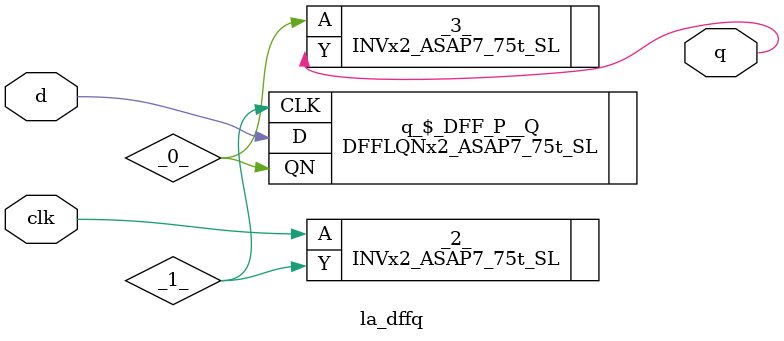
<source format=v>
/* Generated by Yosys 0.37 (git sha1 a5c7f69ed, clang 14.0.0-1ubuntu1.1 -fPIC -Os) */

module la_dffq(d, clk, q);
  wire _0_;
  wire _1_;
  input clk;
  wire clk;
  input d;
  wire d;
  output q;
  wire q;
  INVx2_ASAP7_75t_SL _2_ (
    .A(clk),
    .Y(_1_)
  );
  INVx2_ASAP7_75t_SL _3_ (
    .A(_0_),
    .Y(q)
  );
  DFFLQNx2_ASAP7_75t_SL \q_$_DFF_P__Q  (
    .CLK(_1_),
    .D(d),
    .QN(_0_)
  );
endmodule

</source>
